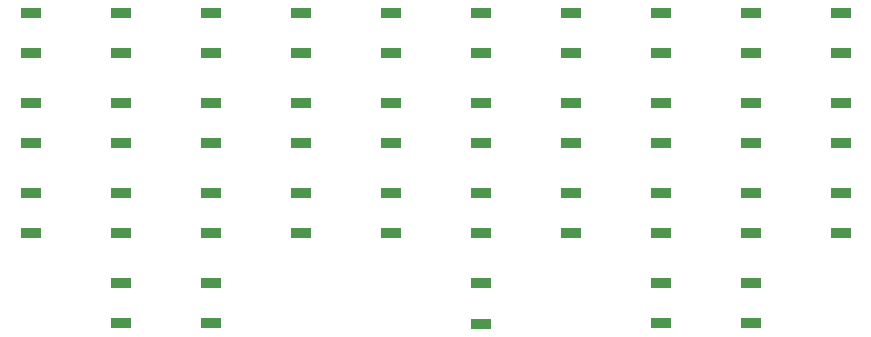
<source format=gbr>
G04 #@! TF.FileFunction,Paste,Top*
%FSLAX46Y46*%
G04 Gerber Fmt 4.6, Leading zero omitted, Abs format (unit mm)*
G04 Created by KiCad (PCBNEW 4.0.7) date 07/09/18 15:47:45*
%MOMM*%
%LPD*%
G01*
G04 APERTURE LIST*
%ADD10C,0.100000*%
%ADD11R,1.700000X0.900000*%
G04 APERTURE END LIST*
D10*
D11*
X139700000Y-107520000D03*
X139700000Y-110920000D03*
X124460000Y-88060000D03*
X124460000Y-84660000D03*
X124460000Y-103300000D03*
X124460000Y-99900000D03*
X162560000Y-99900000D03*
X162560000Y-103300000D03*
X193040000Y-92280000D03*
X193040000Y-95680000D03*
X147320000Y-99900000D03*
X147320000Y-103300000D03*
X139700000Y-92280000D03*
X139700000Y-95680000D03*
X139700000Y-88060000D03*
X139700000Y-84660000D03*
X185420000Y-99900000D03*
X185420000Y-103300000D03*
X147320000Y-92280000D03*
X147320000Y-95680000D03*
X154940000Y-92280000D03*
X154940000Y-95680000D03*
X162560000Y-92280000D03*
X162560000Y-95680000D03*
X177800000Y-88060000D03*
X177800000Y-84660000D03*
X170180000Y-92280000D03*
X170180000Y-95680000D03*
X177800000Y-92280000D03*
X177800000Y-95680000D03*
X185420000Y-92280000D03*
X185420000Y-95680000D03*
X177800000Y-103300000D03*
X177800000Y-99900000D03*
X170180000Y-99900000D03*
X170180000Y-103300000D03*
X185420000Y-88060000D03*
X185420000Y-84660000D03*
X193040000Y-88060000D03*
X193040000Y-84660000D03*
X124460000Y-92280000D03*
X124460000Y-95680000D03*
X147320000Y-88060000D03*
X147320000Y-84660000D03*
X193040000Y-99900000D03*
X193040000Y-103300000D03*
X132080000Y-95680000D03*
X132080000Y-92280000D03*
X132080000Y-107520000D03*
X132080000Y-110920000D03*
X177800000Y-110920000D03*
X177800000Y-107520000D03*
X162585400Y-107545400D03*
X162585400Y-110945400D03*
X185420000Y-107520000D03*
X185420000Y-110920000D03*
X154940000Y-88060000D03*
X154940000Y-84660000D03*
X170180000Y-88060000D03*
X170180000Y-84660000D03*
X154940000Y-99900000D03*
X154940000Y-103300000D03*
X132080000Y-99900000D03*
X132080000Y-103300000D03*
X139700000Y-99900000D03*
X139700000Y-103300000D03*
X162560000Y-88060000D03*
X162560000Y-84660000D03*
X132080000Y-88060000D03*
X132080000Y-84660000D03*
M02*

</source>
